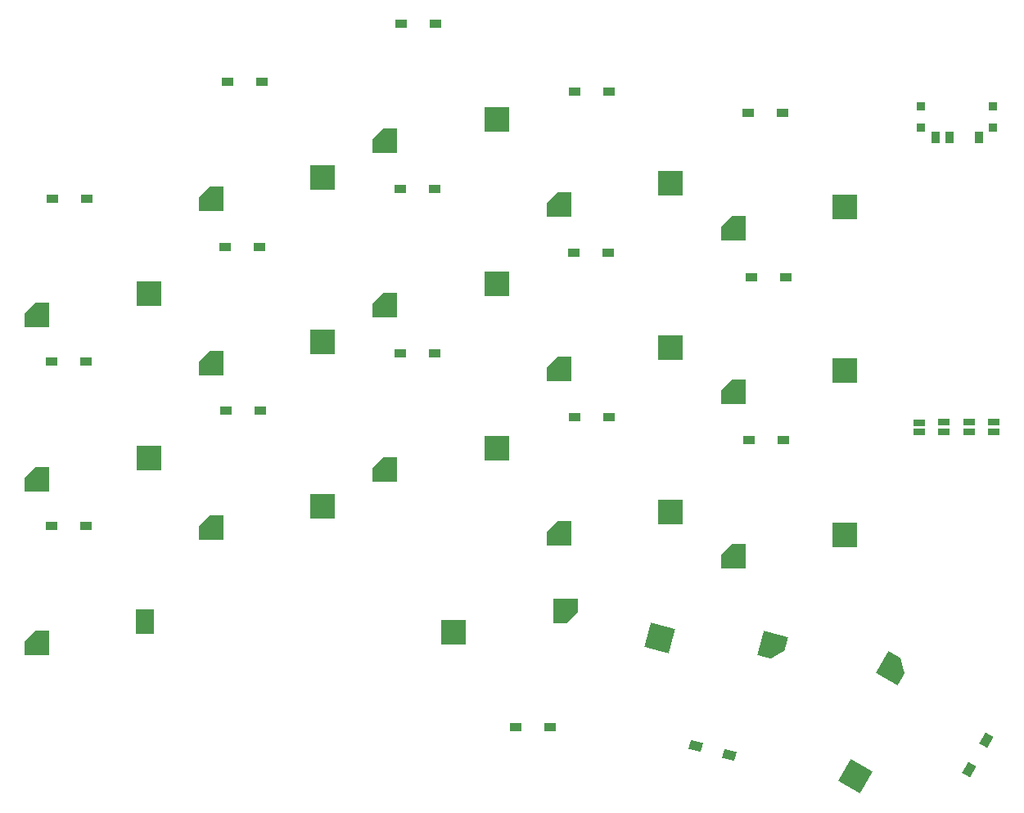
<source format=gtp>
G04 #@! TF.GenerationSoftware,KiCad,Pcbnew,(6.0.10)*
G04 #@! TF.CreationDate,2023-01-10T17:00:23+01:00*
G04 #@! TF.ProjectId,chocofi,63686f63-6f66-4692-9e6b-696361645f70,2.1*
G04 #@! TF.SameCoordinates,Original*
G04 #@! TF.FileFunction,Paste,Top*
G04 #@! TF.FilePolarity,Positive*
%FSLAX46Y46*%
G04 Gerber Fmt 4.6, Leading zero omitted, Abs format (unit mm)*
G04 Created by KiCad (PCBNEW (6.0.10)) date 2023-01-10 17:00:23*
%MOMM*%
%LPD*%
G01*
G04 APERTURE LIST*
G04 Aperture macros list*
%AMRotRect*
0 Rectangle, with rotation*
0 The origin of the aperture is its center*
0 $1 length*
0 $2 width*
0 $3 Rotation angle, in degrees counterclockwise*
0 Add horizontal line*
21,1,$1,$2,0,0,$3*%
%AMOutline5P*
0 Free polygon, 5 corners , with rotation*
0 The origin of the aperture is its center*
0 number of corners: always 5*
0 $1 to $10 corner X, Y*
0 $11 Rotation angle, in degrees counterclockwise*
0 create outline with 5 corners*
4,1,5,$1,$2,$3,$4,$5,$6,$7,$8,$9,$10,$1,$2,$11*%
%AMOutline6P*
0 Free polygon, 6 corners , with rotation*
0 The origin of the aperture is its center*
0 number of corners: always 6*
0 $1 to $12 corner X, Y*
0 $13 Rotation angle, in degrees counterclockwise*
0 create outline with 6 corners*
4,1,6,$1,$2,$3,$4,$5,$6,$7,$8,$9,$10,$11,$12,$1,$2,$13*%
%AMOutline7P*
0 Free polygon, 7 corners , with rotation*
0 The origin of the aperture is its center*
0 number of corners: always 7*
0 $1 to $14 corner X, Y*
0 $15 Rotation angle, in degrees counterclockwise*
0 create outline with 7 corners*
4,1,7,$1,$2,$3,$4,$5,$6,$7,$8,$9,$10,$11,$12,$13,$14,$1,$2,$15*%
%AMOutline8P*
0 Free polygon, 8 corners , with rotation*
0 The origin of the aperture is its center*
0 number of corners: always 8*
0 $1 to $16 corner X, Y*
0 $17 Rotation angle, in degrees counterclockwise*
0 create outline with 8 corners*
4,1,8,$1,$2,$3,$4,$5,$6,$7,$8,$9,$10,$11,$12,$13,$14,$15,$16,$1,$2,$17*%
G04 Aperture macros list end*
%ADD10R,1.300000X0.950000*%
%ADD11RotRect,1.300000X0.950000X345.000000*%
%ADD12RotRect,1.300000X0.950000X60.000000*%
%ADD13Outline5P,-1.300000X0.130000X-0.130000X1.300000X1.300000X1.300000X1.300000X-1.300000X-1.300000X-1.300000X0.000000*%
%ADD14R,2.600000X2.600000*%
%ADD15R,1.900000X2.600000*%
%ADD16Outline5P,-1.300000X0.130000X-0.130000X1.300000X1.300000X1.300000X1.300000X-1.300000X-1.300000X-1.300000X180.000000*%
%ADD17Outline5P,-1.300000X0.130000X-0.130000X1.300000X1.300000X1.300000X1.300000X-1.300000X-1.300000X-1.300000X165.000000*%
%ADD18RotRect,2.600000X2.600000X165.000000*%
%ADD19Outline5P,-1.300000X0.130000X-0.130000X1.300000X1.300000X1.300000X1.300000X-1.300000X-1.300000X-1.300000X240.000000*%
%ADD20RotRect,2.600000X2.600000X240.000000*%
%ADD21R,1.143000X0.635000*%
%ADD22R,0.900000X0.900000*%
%ADD23R,0.900000X1.250000*%
G04 APERTURE END LIST*
D10*
X84229400Y-64312800D03*
X87779400Y-64312800D03*
X102314200Y-52273200D03*
X105864200Y-52273200D03*
X120297400Y-46228000D03*
X123847400Y-46228000D03*
X138229800Y-53289200D03*
X141779800Y-53289200D03*
X156213000Y-55422800D03*
X159763000Y-55422800D03*
X84127800Y-81229200D03*
X87677800Y-81229200D03*
X102111000Y-69342000D03*
X105661000Y-69342000D03*
X120195800Y-63347600D03*
X123745800Y-63347600D03*
X138179000Y-69900800D03*
X141729000Y-69900800D03*
X156517800Y-72491600D03*
X160067800Y-72491600D03*
X84127800Y-98247200D03*
X87677800Y-98247200D03*
X102212600Y-86309200D03*
X105762600Y-86309200D03*
X120195800Y-80314800D03*
X123745800Y-80314800D03*
X138280600Y-86969600D03*
X141830600Y-86969600D03*
X156314600Y-89357200D03*
X159864600Y-89357200D03*
X132184600Y-119075200D03*
X135734600Y-119075200D03*
D11*
X150799764Y-121001192D03*
X154228800Y-121920000D03*
D12*
X179070666Y-123432630D03*
X180845666Y-120358240D03*
D13*
X82635000Y-76350000D03*
D14*
X94185000Y-74150000D03*
D13*
X100635000Y-64350000D03*
D14*
X112185000Y-62150000D03*
D13*
X118635000Y-58350000D03*
D14*
X130185000Y-56150000D03*
D13*
X136635000Y-64970000D03*
D14*
X148185000Y-62770000D03*
D13*
X154635000Y-67350000D03*
D14*
X166185000Y-65150000D03*
D13*
X82635000Y-93350000D03*
D14*
X94185000Y-91150000D03*
D13*
X100635000Y-81350000D03*
D14*
X112185000Y-79150000D03*
D13*
X118635000Y-75350000D03*
D14*
X130185000Y-73150000D03*
D13*
X136635000Y-81970000D03*
D14*
X148185000Y-79770000D03*
D13*
X154635000Y-84350000D03*
D14*
X166185000Y-82150000D03*
D13*
X82635000Y-110350000D03*
D15*
X93810000Y-108150000D03*
D13*
X100635000Y-98350000D03*
D14*
X112185000Y-96150000D03*
D13*
X118635000Y-92350000D03*
D14*
X130185000Y-90150000D03*
D13*
X136635000Y-98975000D03*
D14*
X148185000Y-96775000D03*
D13*
X154635000Y-101350000D03*
D14*
X166185000Y-99150000D03*
D16*
X137285000Y-107040000D03*
D14*
X125735000Y-109240000D03*
D17*
X158763380Y-110680374D03*
D18*
X147037535Y-109816051D03*
D19*
X171144649Y-112978767D03*
D20*
X167274905Y-124081360D03*
D21*
X179070000Y-87448020D03*
X179070000Y-88448780D03*
X176470000Y-87468020D03*
X176470000Y-88468780D03*
X173930000Y-87498020D03*
X173930000Y-88498780D03*
X181640000Y-87438420D03*
X181640000Y-88439180D03*
D22*
X174100000Y-54780000D03*
X174100000Y-56980000D03*
X181500000Y-54780000D03*
X181500000Y-56980000D03*
D23*
X180050000Y-57955000D03*
X177050000Y-57955000D03*
X175550000Y-57955000D03*
M02*

</source>
